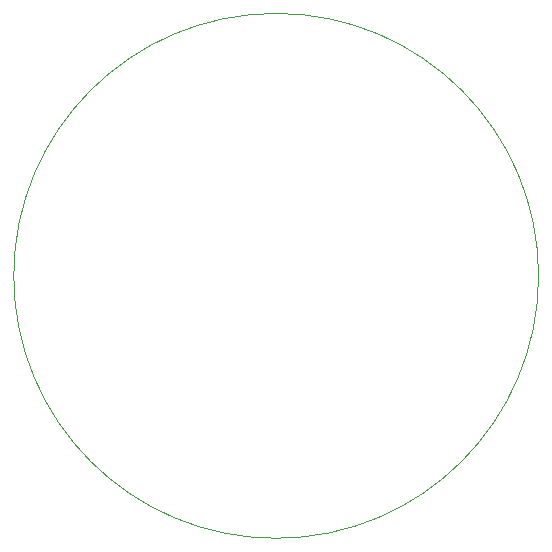
<source format=gbr>
%TF.GenerationSoftware,KiCad,Pcbnew,(6.0.10)*%
%TF.CreationDate,2023-02-16T14:18:23-08:00*%
%TF.ProjectId,Exercise2,45786572-6369-4736-9532-2e6b69636164,rev?*%
%TF.SameCoordinates,Original*%
%TF.FileFunction,Profile,NP*%
%FSLAX46Y46*%
G04 Gerber Fmt 4.6, Leading zero omitted, Abs format (unit mm)*
G04 Created by KiCad (PCBNEW (6.0.10)) date 2023-02-16 14:18:23*
%MOMM*%
%LPD*%
G01*
G04 APERTURE LIST*
%TA.AperFunction,Profile*%
%ADD10C,0.100000*%
%TD*%
G04 APERTURE END LIST*
D10*
X132110001Y-90310000D02*
G75*
G03*
X132110001Y-90310000I-22218500J0D01*
G01*
M02*

</source>
